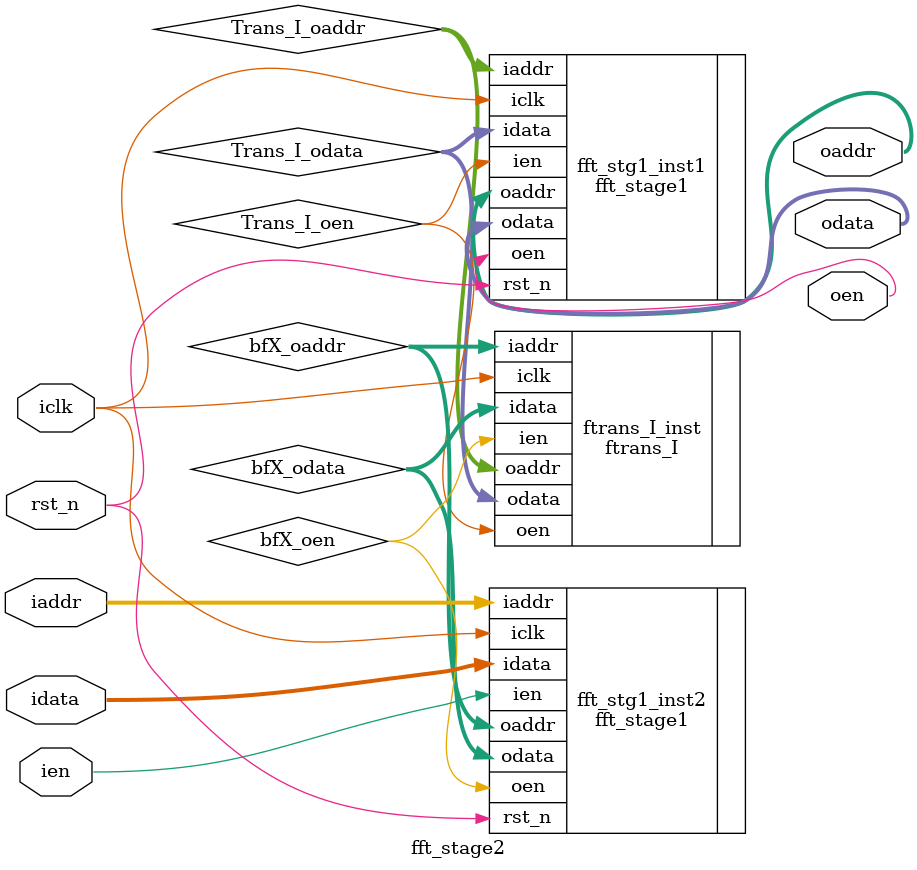
<source format=v>
`timescale 1ns/100ps

module fft_stage2 #( parameter 	TOTAL_STAGE_P = 10,
								MULT_WIDTH_P = 18 ) (
	input iclk,
	input rst_n,
	input ien,
	input [TOTAL_STAGE_P-1:0] iaddr,
	input [2*MULT_WIDTH_P-1:0] idata,
	output oen,
	output [TOTAL_STAGE_P-1:0] oaddr,
	output [2*MULT_WIDTH_P-1:0] odata
);
	`include "fft_inc.h"
	
	localparam CPLX_WIDTH = 2*MULT_WIDTH_P;

	wire bfX_oen;
	wire [TOTAL_STAGE_P-1:0] bfX_oaddr;
	wire [CPLX_WIDTH-1:0] bfX_odata;
	wire Trans_I_oen;
	wire [TOTAL_STAGE_P-1:0] Trans_I_oaddr;
	wire [CPLX_WIDTH-1:0] Trans_I_odata;
	
	fft_stage1 #( 
		.FFT_STG(2),
		.TOTAL_STAGE_P(TOTAL_STAGE_P),
		.MULT_WIDTH_P(MULT_WIDTH_P)
	) fft_stg1_inst2 (
		.iclk(iclk),
		.rst_n(rst_n),
		.ien(ien),
		.iaddr(iaddr),
		.idata(idata),
		.oen(bfX_oen),
		.oaddr(bfX_oaddr),
		.odata(bfX_odata)
	);
	
	ftrans_I #( 
		.FFT_STG(2),
		.TOTAL_STAGE_P(TOTAL_STAGE_P),
		.MULT_WIDTH_P(MULT_WIDTH_P)
	) ftrans_I_inst (
		.iclk(iclk),
		.ien(bfX_oen),
		.iaddr(bfX_oaddr),
		.idata(bfX_odata),
		.oen(Trans_I_oen),
		.oaddr(Trans_I_oaddr),
		.odata(Trans_I_odata)
	);
	
	fft_stage1 #( 
		.FFT_STG(1),
		.TOTAL_STAGE_P(TOTAL_STAGE_P),
		.MULT_WIDTH_P(MULT_WIDTH_P)
	) fft_stg1_inst1 (
		.iclk(iclk),
		.rst_n(rst_n),
		.ien(Trans_I_oen),
		.iaddr(Trans_I_oaddr),
		.idata(Trans_I_odata),
		.oen(oen),
		.oaddr(oaddr),
		.odata(odata)
	);

endmodule

</source>
